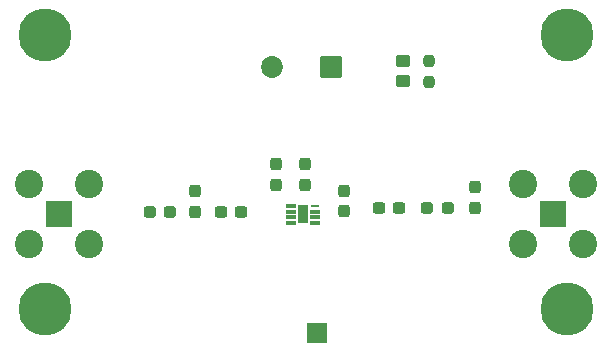
<source format=gbr>
%TF.GenerationSoftware,KiCad,Pcbnew,7.0.5*%
%TF.CreationDate,2023-11-04T20:07:06-04:00*%
%TF.ProjectId,modular,6d6f6475-6c61-4722-9e6b-696361645f70,rev?*%
%TF.SameCoordinates,Original*%
%TF.FileFunction,Soldermask,Top*%
%TF.FilePolarity,Negative*%
%FSLAX46Y46*%
G04 Gerber Fmt 4.6, Leading zero omitted, Abs format (unit mm)*
G04 Created by KiCad (PCBNEW 7.0.5) date 2023-11-04 20:07:06*
%MOMM*%
%LPD*%
G01*
G04 APERTURE LIST*
G04 Aperture macros list*
%AMRoundRect*
0 Rectangle with rounded corners*
0 $1 Rounding radius*
0 $2 $3 $4 $5 $6 $7 $8 $9 X,Y pos of 4 corners*
0 Add a 4 corners polygon primitive as box body*
4,1,4,$2,$3,$4,$5,$6,$7,$8,$9,$2,$3,0*
0 Add four circle primitives for the rounded corners*
1,1,$1+$1,$2,$3*
1,1,$1+$1,$4,$5*
1,1,$1+$1,$6,$7*
1,1,$1+$1,$8,$9*
0 Add four rect primitives between the rounded corners*
20,1,$1+$1,$2,$3,$4,$5,0*
20,1,$1+$1,$4,$5,$6,$7,0*
20,1,$1+$1,$6,$7,$8,$9,0*
20,1,$1+$1,$8,$9,$2,$3,0*%
G04 Aperture macros list end*
%ADD10C,4.500000*%
%ADD11RoundRect,0.237500X-0.287500X-0.237500X0.287500X-0.237500X0.287500X0.237500X-0.287500X0.237500X0*%
%ADD12RoundRect,0.102000X0.465000X-0.405000X0.465000X0.405000X-0.465000X0.405000X-0.465000X-0.405000X0*%
%ADD13RoundRect,0.237500X-0.237500X0.300000X-0.237500X-0.300000X0.237500X-0.300000X0.237500X0.300000X0*%
%ADD14RoundRect,0.237500X0.237500X-0.250000X0.237500X0.250000X-0.237500X0.250000X-0.237500X-0.250000X0*%
%ADD15R,1.700000X1.700000*%
%ADD16RoundRect,0.102000X-0.825000X-0.825000X0.825000X-0.825000X0.825000X0.825000X-0.825000X0.825000X0*%
%ADD17C,1.854000*%
%ADD18R,2.250000X2.250000*%
%ADD19C,2.400000*%
%ADD20RoundRect,0.237500X-0.300000X-0.237500X0.300000X-0.237500X0.300000X0.237500X-0.300000X0.237500X0*%
%ADD21RoundRect,0.237500X0.237500X-0.300000X0.237500X0.300000X-0.237500X0.300000X-0.237500X-0.300000X0*%
%ADD22RoundRect,0.011200X-0.358800X-0.128800X0.358800X-0.128800X0.358800X0.128800X-0.358800X0.128800X0*%
%ADD23R,0.740000X0.280000*%
%ADD24R,0.900000X1.600000*%
G04 APERTURE END LIST*
D10*
%TO.C,*%
X109030000Y-64500000D03*
%TD*%
D11*
%TO.C,L3*%
X141345000Y-79092500D03*
X143095000Y-79092500D03*
%TD*%
D10*
%TO.C,*%
X153180000Y-87720000D03*
%TD*%
D12*
%TO.C,D1*%
X139300000Y-66720000D03*
X139300000Y-68340000D03*
%TD*%
D13*
%TO.C,C1*%
X128540000Y-75437500D03*
X128540000Y-77162500D03*
%TD*%
D14*
%TO.C,R1*%
X141478000Y-68476500D03*
X141478000Y-66651500D03*
%TD*%
D10*
%TO.C,*%
X153180000Y-64500000D03*
%TD*%
%TO.C,*%
X109030000Y-87720000D03*
%TD*%
D11*
%TO.C,L1*%
X117855000Y-79432500D03*
X119605000Y-79432500D03*
%TD*%
D15*
%TO.C,J4*%
X132020000Y-89680000D03*
%TD*%
D13*
%TO.C,L2*%
X134310000Y-77697500D03*
X134310000Y-79422500D03*
%TD*%
D16*
%TO.C,J1*%
X133232500Y-67180000D03*
D17*
X128232500Y-67180000D03*
%TD*%
D18*
%TO.C,J2*%
X151985000Y-79680000D03*
D19*
X149445000Y-77140000D03*
X149445000Y-82220000D03*
X154525000Y-82220000D03*
X154525000Y-77140000D03*
%TD*%
D20*
%TO.C,C5*%
X137267500Y-79092500D03*
X138992500Y-79092500D03*
%TD*%
D21*
%TO.C,C4*%
X131036250Y-77162500D03*
X131036250Y-75437500D03*
%TD*%
D20*
%TO.C,C3*%
X123897500Y-79432500D03*
X125622500Y-79432500D03*
%TD*%
D21*
%TO.C,C6*%
X145370000Y-79092500D03*
X145370000Y-77367500D03*
%TD*%
%TO.C,C2*%
X121670000Y-79432500D03*
X121670000Y-77707500D03*
%TD*%
D22*
%TO.C,U1*%
X129862500Y-78930000D03*
X129862500Y-79430000D03*
X129862500Y-79930000D03*
X129862500Y-80430000D03*
X131832500Y-80430000D03*
X131832500Y-79930000D03*
X131832500Y-79430000D03*
D23*
X131832500Y-78930000D03*
D24*
X130847500Y-79680000D03*
%TD*%
D18*
%TO.C,J3*%
X110165000Y-79680000D03*
D19*
X112705000Y-82220000D03*
X112705000Y-77140000D03*
X107625000Y-77140000D03*
X107625000Y-82220000D03*
%TD*%
M02*

</source>
